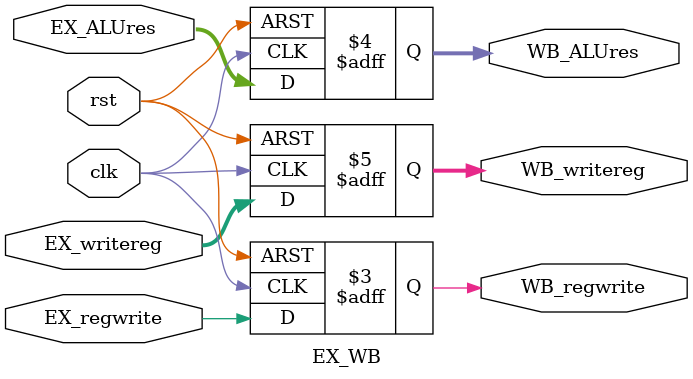
<source format=v>
`timescale 1ns / 1ps
module EX_WB(
	input wire clk, rst,
	input wire EX_regwrite,
	input wire [31:0] EX_ALUres,
	input wire [4:0] EX_writereg,
	output reg WB_regwrite,
	output reg [31:0] WB_ALUres,
	output reg [4:0] WB_writereg
    );
	
	always @(posedge clk, negedge rst) begin
		if(!rst) begin
			WB_regwrite <= 0;
			WB_ALUres <= 0;
			WB_writereg <= 0;
		end
		else begin
			WB_regwrite <= EX_regwrite;
			WB_ALUres <= EX_ALUres;
			WB_writereg <= EX_writereg;
		end
	
	end

endmodule

</source>
